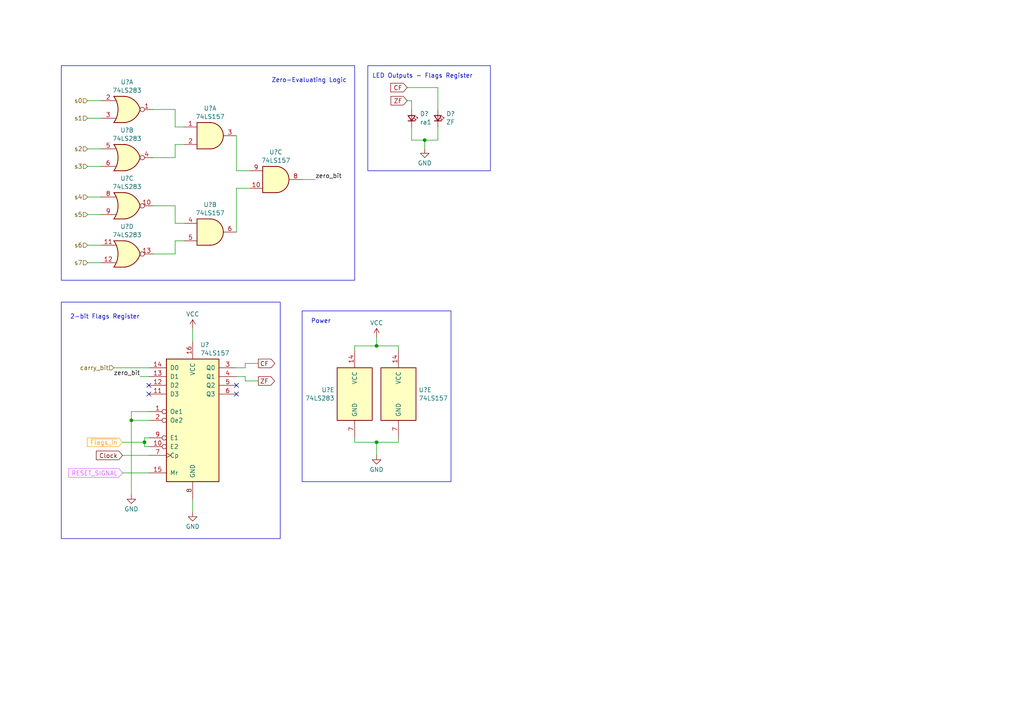
<source format=kicad_sch>
(kicad_sch (version 20230121) (generator eeschema)
  (paper "A4")
  (title_block (title "Flags register") (date "2024-01-27") (rev "1.0"))
  (lib_symbols
    (symbol "74xx:74LS02" (pin_names (offset 1.016))
      (property "Reference" "U" (at 0 1.27 0))
      (property "Value" "74LS02" (at 0 -1.27 0))
      (symbol "74LS02_1_1"
        (arc (start -3.81 -3.81) (mid -2.589 0) (end -3.81 3.81) (stroke (width 0.254)))
        (arc (start -0.6096 -3.81) (mid 2.1842 -2.5851) (end 3.81 0) (stroke (width 0.254)) (fill (type background)))
        (polyline (pts (xy -3.81 -3.81) (xy -0.635 -3.81)) (stroke (width 0.254)) (fill (type background)))
        (polyline (pts (xy -3.81 3.81) (xy -0.635 3.81)) (stroke (width 0.254)) (fill (type background)))
        (polyline (pts (xy -0.635 3.81) (xy -3.81 3.81) (xy -3.81 3.81) (xy -3.556 3.4036) (xy -3.0226 2.2606) (xy -2.6924 1.0414) (xy -2.6162 -0.254) (xy -2.7686 -1.4986) (xy -3.175 -2.7178) (xy -3.81 -3.81) (xy -3.81 -3.81) (xy -0.635 -3.81)) (stroke (width -25.4)) (fill (type background)))
        (arc (start 3.81 0) (mid 2.1915 2.5936) (end -0.6096 3.81) (stroke (width 0.254)) (fill (type background)))
        (pin output inverted (at 7.62 0 180) (length 3.81) (name "~") (number "1"))
        (pin input line (at -7.62 2.54 0) (length 4.318) (name "~") (number "2"))
        (pin input line (at -7.62 -2.54 0) (length 4.318) (name "~") (number "3"))
      )
      (symbol "74LS02_1_2"
        (arc (start 0 -3.81) (mid 3.7934 0) (end 0 3.81) (stroke (width 0.254)) (fill (type background)))
        (polyline (pts (xy 0 3.81) (xy -3.81 3.81) (xy -3.81 -3.81) (xy 0 -3.81)) (stroke (width 0.254)) (fill (type background)))
        (pin output line (at 7.62 0 180) (length 3.81) (name "~") (number "1"))
        (pin input inverted (at -7.62 2.54 0) (length 3.81) (name "~") (number "2"))
        (pin input inverted (at -7.62 -2.54 0) (length 3.81) (name "~") (number "3"))
      )
      (symbol "74LS02_2_1"
        (arc (start -3.81 -3.81) (mid -2.589 0) (end -3.81 3.81) (stroke (width 0.254)))
        (arc (start -0.6096 -3.81) (mid 2.1842 -2.5851) (end 3.81 0) (stroke (width 0.254)) (fill (type background)))
        (polyline (pts (xy -3.81 -3.81) (xy -0.635 -3.81)) (stroke (width 0.254)) (fill (type background)))
        (polyline (pts (xy -3.81 3.81) (xy -0.635 3.81)) (stroke (width 0.254)) (fill (type background)))
        (polyline (pts (xy -0.635 3.81) (xy -3.81 3.81) (xy -3.81 3.81) (xy -3.556 3.4036) (xy -3.0226 2.2606) (xy -2.6924 1.0414) (xy -2.6162 -0.254) (xy -2.7686 -1.4986) (xy -3.175 -2.7178) (xy -3.81 -3.81) (xy -3.81 -3.81) (xy -0.635 -3.81)) (stroke (width -25.4)) (fill (type background)))
        (arc (start 3.81 0) (mid 2.1915 2.5936) (end -0.6096 3.81) (stroke (width 0.254)) (fill (type background)))
        (pin output inverted (at 7.62 0 180) (length 3.81) (name "~") (number "4"))
        (pin input line (at -7.62 2.54 0) (length 4.318) (name "~") (number "5"))
        (pin input line (at -7.62 -2.54 0) (length 4.318) (name "~") (number "6"))
      )
      (symbol "74LS02_2_2"
        (arc (start 0 -3.81) (mid 3.7934 0) (end 0 3.81) (stroke (width 0.254)) (fill (type background)))
        (polyline (pts (xy 0 3.81) (xy -3.81 3.81) (xy -3.81 -3.81) (xy 0 -3.81)) (stroke (width 0.254)) (fill (type background)))
        (pin output line (at 7.62 0 180) (length 3.81) (name "~") (number "4"))
        (pin input inverted (at -7.62 2.54 0) (length 3.81) (name "~") (number "5"))
        (pin input inverted (at -7.62 -2.54 0) (length 3.81) (name "~") (number "6"))
      )
      (symbol "74LS02_3_1"
        (arc (start -3.81 -3.81) (mid -2.589 0) (end -3.81 3.81) (stroke (width 0.254)))
        (arc (start -0.6096 -3.81) (mid 2.1842 -2.5851) (end 3.81 0) (stroke (width 0.254)) (fill (type background)))
        (polyline (pts (xy -3.81 -3.81) (xy -0.635 -3.81)) (stroke (width 0.254)) (fill (type background)))
        (polyline (pts (xy -3.81 3.81) (xy -0.635 3.81)) (stroke (width 0.254)) (fill (type background)))
        (polyline (pts (xy -0.635 3.81) (xy -3.81 3.81) (xy -3.81 3.81) (xy -3.556 3.4036) (xy -3.0226 2.2606) (xy -2.6924 1.0414) (xy -2.6162 -0.254) (xy -2.7686 -1.4986) (xy -3.175 -2.7178) (xy -3.81 -3.81) (xy -3.81 -3.81) (xy -0.635 -3.81)) (stroke (width -25.4)) (fill (type background)))
        (arc (start 3.81 0) (mid 2.1915 2.5936) (end -0.6096 3.81) (stroke (width 0.254)) (fill (type background)))
        (pin output inverted (at 7.62 0 180) (length 3.81) (name "~") (number "10"))
        (pin input line (at -7.62 2.54 0) (length 4.318) (name "~") (number "8"))
        (pin input line (at -7.62 -2.54 0) (length 4.318) (name "~") (number "9"))
      )
      (symbol "74LS02_3_2"
        (arc (start 0 -3.81) (mid 3.7934 0) (end 0 3.81) (stroke (width 0.254)) (fill (type background)))
        (polyline (pts (xy 0 3.81) (xy -3.81 3.81) (xy -3.81 -3.81) (xy 0 -3.81)) (stroke (width 0.254)) (fill (type background)))
        (pin output line (at 7.62 0 180) (length 3.81) (name "~") (number "10"))
        (pin input inverted (at -7.62 2.54 0) (length 3.81) (name "~") (number "8"))
        (pin input inverted (at -7.62 -2.54 0) (length 3.81) (name "~") (number "9"))
      )
      (symbol "74LS02_4_1"
        (arc (start -3.81 -3.81) (mid -2.589 0) (end -3.81 3.81) (stroke (width 0.254)))
        (arc (start -0.6096 -3.81) (mid 2.1842 -2.5851) (end 3.81 0) (stroke (width 0.254)) (fill (type background)))
        (polyline (pts (xy -3.81 -3.81) (xy -0.635 -3.81)) (stroke (width 0.254)) (fill (type background)))
        (polyline (pts (xy -3.81 3.81) (xy -0.635 3.81)) (stroke (width 0.254)) (fill (type background)))
        (polyline (pts (xy -0.635 3.81) (xy -3.81 3.81) (xy -3.81 3.81) (xy -3.556 3.4036) (xy -3.0226 2.2606) (xy -2.6924 1.0414) (xy -2.6162 -0.254) (xy -2.7686 -1.4986) (xy -3.175 -2.7178) (xy -3.81 -3.81) (xy -3.81 -3.81) (xy -0.635 -3.81)) (stroke (width -25.4)) (fill (type background)))
        (arc (start 3.81 0) (mid 2.1915 2.5936) (end -0.6096 3.81) (stroke (width 0.254)) (fill (type background)))
        (pin input line (at -7.62 2.54 0) (length 4.318) (name "~") (number "11"))
        (pin input line (at -7.62 -2.54 0) (length 4.318) (name "~") (number "12"))
        (pin output inverted (at 7.62 0 180) (length 3.81) (name "~") (number "13"))
      )
      (symbol "74LS02_4_2"
        (arc (start 0 -3.81) (mid 3.7934 0) (end 0 3.81) (stroke (width 0.254)) (fill (type background)))
        (polyline (pts (xy 0 3.81) (xy -3.81 3.81) (xy -3.81 -3.81) (xy 0 -3.81)) (stroke (width 0.254)) (fill (type background)))
        (pin input inverted (at -7.62 2.54 0) (length 3.81) (name "~") (number "11"))
        (pin input inverted (at -7.62 -2.54 0) (length 3.81) (name "~") (number "12"))
        (pin output line (at 7.62 0 180) (length 3.81) (name "~") (number "13"))
      )
      (symbol "74LS02_5_0"
        (pin power_in line (at 0 12.7 270) (length 5.08) (name "VCC") (number "14"))
        (pin power_in line (at 0 -12.7 90) (length 5.08) (name "GND") (number "7"))
      )
      (symbol "74LS02_5_1"
        (rectangle (start -5.08 7.62) (end 5.08 -7.62) (stroke (width 0.254)) (fill (type background)))
      )
    )
    (symbol "74xx:74LS08" (pin_names (offset 1.016))
      (property "Reference" "U" (at 0 1.27 0))
      (property "Value" "74LS08" (at 0 -1.27 0))
      (symbol "74LS08_1_1"
        (arc (start 0 -3.81) (mid 3.7934 0) (end 0 3.81) (stroke (width 0.254)) (fill (type background)))
        (polyline (pts (xy 0 3.81) (xy -3.81 3.81) (xy -3.81 -3.81) (xy 0 -3.81)) (stroke (width 0.254)) (fill (type background)))
        (pin input line (at -7.62 2.54 0) (length 3.81) (name "~") (number "1"))
        (pin input line (at -7.62 -2.54 0) (length 3.81) (name "~") (number "2"))
        (pin output line (at 7.62 0 180) (length 3.81) (name "~") (number "3"))
      )
      (symbol "74LS08_1_2"
        (arc (start -3.81 -3.81) (mid -2.589 0) (end -3.81 3.81) (stroke (width 0.254)))
        (arc (start -0.6096 -3.81) (mid 2.1842 -2.5851) (end 3.81 0) (stroke (width 0.254)) (fill (type background)))
        (polyline (pts (xy -3.81 -3.81) (xy -0.635 -3.81)) (stroke (width 0.254)) (fill (type background)))
        (polyline (pts (xy -3.81 3.81) (xy -0.635 3.81)) (stroke (width 0.254)) (fill (type background)))
        (polyline (pts (xy -0.635 3.81) (xy -3.81 3.81) (xy -3.81 3.81) (xy -3.556 3.4036) (xy -3.0226 2.2606) (xy -2.6924 1.0414) (xy -2.6162 -0.254) (xy -2.7686 -1.4986) (xy -3.175 -2.7178) (xy -3.81 -3.81) (xy -3.81 -3.81) (xy -0.635 -3.81)) (stroke (width -25.4)) (fill (type background)))
        (arc (start 3.81 0) (mid 2.1915 2.5936) (end -0.6096 3.81) (stroke (width 0.254)) (fill (type background)))
        (pin input inverted (at -7.62 2.54 0) (length 4.318) (name "~") (number "1"))
        (pin input inverted (at -7.62 -2.54 0) (length 4.318) (name "~") (number "2"))
        (pin output inverted (at 7.62 0 180) (length 3.81) (name "~") (number "3"))
      )
      (symbol "74LS08_2_1"
        (arc (start 0 -3.81) (mid 3.7934 0) (end 0 3.81) (stroke (width 0.254)) (fill (type background)))
        (polyline (pts (xy 0 3.81) (xy -3.81 3.81) (xy -3.81 -3.81) (xy 0 -3.81)) (stroke (width 0.254)) (fill (type background)))
        (pin input line (at -7.62 2.54 0) (length 3.81) (name "~") (number "4"))
        (pin input line (at -7.62 -2.54 0) (length 3.81) (name "~") (number "5"))
        (pin output line (at 7.62 0 180) (length 3.81) (name "~") (number "6"))
      )
      (symbol "74LS08_2_2"
        (arc (start -3.81 -3.81) (mid -2.589 0) (end -3.81 3.81) (stroke (width 0.254)))
        (arc (start -0.6096 -3.81) (mid 2.1842 -2.5851) (end 3.81 0) (stroke (width 0.254)) (fill (type background)))
        (polyline (pts (xy -3.81 -3.81) (xy -0.635 -3.81)) (stroke (width 0.254)) (fill (type background)))
        (polyline (pts (xy -3.81 3.81) (xy -0.635 3.81)) (stroke (width 0.254)) (fill (type background)))
        (polyline (pts (xy -0.635 3.81) (xy -3.81 3.81) (xy -3.81 3.81) (xy -3.556 3.4036) (xy -3.0226 2.2606) (xy -2.6924 1.0414) (xy -2.6162 -0.254) (xy -2.7686 -1.4986) (xy -3.175 -2.7178) (xy -3.81 -3.81) (xy -3.81 -3.81) (xy -0.635 -3.81)) (stroke (width -25.4)) (fill (type background)))
        (arc (start 3.81 0) (mid 2.1915 2.5936) (end -0.6096 3.81) (stroke (width 0.254)) (fill (type background)))
        (pin input inverted (at -7.62 2.54 0) (length 4.318) (name "~") (number "4"))
        (pin input inverted (at -7.62 -2.54 0) (length 4.318) (name "~") (number "5"))
        (pin output inverted (at 7.62 0 180) (length 3.81) (name "~") (number "6"))
      )
      (symbol "74LS08_3_1"
        (arc (start 0 -3.81) (mid 3.7934 0) (end 0 3.81) (stroke (width 0.254)) (fill (type background)))
        (polyline (pts (xy 0 3.81) (xy -3.81 3.81) (xy -3.81 -3.81) (xy 0 -3.81)) (stroke (width 0.254)) (fill (type background)))
        (pin input line (at -7.62 -2.54 0) (length 3.81) (name "~") (number "10"))
        (pin output line (at 7.62 0 180) (length 3.81) (name "~") (number "8"))
        (pin input line (at -7.62 2.54 0) (length 3.81) (name "~") (number "9"))
      )
      (symbol "74LS08_3_2"
        (arc (start -3.81 -3.81) (mid -2.589 0) (end -3.81 3.81) (stroke (width 0.254)))
        (arc (start -0.6096 -3.81) (mid 2.1842 -2.5851) (end 3.81 0) (stroke (width 0.254)) (fill (type background)))
        (polyline (pts (xy -3.81 -3.81) (xy -0.635 -3.81)) (stroke (width 0.254)) (fill (type background)))
        (polyline (pts (xy -3.81 3.81) (xy -0.635 3.81)) (stroke (width 0.254)) (fill (type background)))
        (polyline (pts (xy -0.635 3.81) (xy -3.81 3.81) (xy -3.81 3.81) (xy -3.556 3.4036) (xy -3.0226 2.2606) (xy -2.6924 1.0414) (xy -2.6162 -0.254) (xy -2.7686 -1.4986) (xy -3.175 -2.7178) (xy -3.81 -3.81) (xy -3.81 -3.81) (xy -0.635 -3.81)) (stroke (width -25.4)) (fill (type background)))
        (arc (start 3.81 0) (mid 2.1915 2.5936) (end -0.6096 3.81) (stroke (width 0.254)) (fill (type background)))
        (pin input inverted (at -7.62 -2.54 0) (length 4.318) (name "~") (number "10"))
        (pin output inverted (at 7.62 0 180) (length 3.81) (name "~") (number "8"))
        (pin input inverted (at -7.62 2.54 0) (length 4.318) (name "~") (number "9"))
      )
      (symbol "74LS08_4_1"
        (arc (start 0 -3.81) (mid 3.7934 0) (end 0 3.81) (stroke (width 0.254)) (fill (type background)))
        (polyline (pts (xy 0 3.81) (xy -3.81 3.81) (xy -3.81 -3.81) (xy 0 -3.81)) (stroke (width 0.254)) (fill (type background)))
        (pin output line (at 7.62 0 180) (length 3.81) (name "~") (number "11"))
        (pin input line (at -7.62 2.54 0) (length 3.81) (name "~") (number "12"))
        (pin input line (at -7.62 -2.54 0) (length 3.81) (name "~") (number "13"))
      )
      (symbol "74LS08_4_2"
        (arc (start -3.81 -3.81) (mid -2.589 0) (end -3.81 3.81) (stroke (width 0.254)))
        (arc (start -0.6096 -3.81) (mid 2.1842 -2.5851) (end 3.81 0) (stroke (width 0.254)) (fill (type background)))
        (polyline (pts (xy -3.81 -3.81) (xy -0.635 -3.81)) (stroke (width 0.254)) (fill (type background)))
        (polyline (pts (xy -3.81 3.81) (xy -0.635 3.81)) (stroke (width 0.254)) (fill (type background)))
        (polyline (pts (xy -0.635 3.81) (xy -3.81 3.81) (xy -3.81 3.81) (xy -3.556 3.4036) (xy -3.0226 2.2606) (xy -2.6924 1.0414) (xy -2.6162 -0.254) (xy -2.7686 -1.4986) (xy -3.175 -2.7178) (xy -3.81 -3.81) (xy -3.81 -3.81) (xy -0.635 -3.81)) (stroke (width -25.4)) (fill (type background)))
        (arc (start 3.81 0) (mid 2.1915 2.5936) (end -0.6096 3.81) (stroke (width 0.254)) (fill (type background)))
        (pin output inverted (at 7.62 0 180) (length 3.81) (name "~") (number "11"))
        (pin input inverted (at -7.62 2.54 0) (length 4.318) (name "~") (number "12"))
        (pin input inverted (at -7.62 -2.54 0) (length 4.318) (name "~") (number "13"))
      )
      (symbol "74LS08_5_0"
        (pin power_in line (at 0 12.7 270) (length 5.08) (name "VCC") (number "14"))
        (pin power_in line (at 0 -12.7 90) (length 5.08) (name "GND") (number "7"))
      )
      (symbol "74LS08_5_1"
        (rectangle (start -5.08 7.62) (end 5.08 -7.62) (stroke (width 0.254)) (fill (type background)))
      )
    )
    (symbol "74xx:74LS173" (pin_names (offset 1.016))
      (property "Reference" "U" (at -7.62 19.05 0))
      (property "Value" "74LS173" (at -7.62 -19.05 0))
      (symbol "74LS173_1_0"
        (pin input inverted (at -12.7 2.54 0) (length 5.08) (name "Oe1") (number "1"))
        (pin input inverted (at -12.7 -7.62 0) (length 5.08) (name "E2") (number "10"))
        (pin input line (at -12.7 7.62 0) (length 5.08) (name "D3") (number "11"))
        (pin input line (at -12.7 10.16 0) (length 5.08) (name "D2") (number "12"))
        (pin input line (at -12.7 12.7 0) (length 5.08) (name "D1") (number "13"))
        (pin input line (at -12.7 15.24 0) (length 5.08) (name "D0") (number "14"))
        (pin input line (at -12.7 -15.24 0) (length 5.08) (name "Mr") (number "15"))
        (pin power_in line (at 0 22.86 270) (length 5.08) (name "VCC") (number "16"))
        (pin input inverted (at -12.7 0 0) (length 5.08) (name "Oe2") (number "2"))
        (pin tri_state line (at 12.7 15.24 180) (length 5.08) (name "Q0") (number "3"))
        (pin tri_state line (at 12.7 12.7 180) (length 5.08) (name "Q1") (number "4"))
        (pin tri_state line (at 12.7 10.16 180) (length 5.08) (name "Q2") (number "5"))
        (pin tri_state line (at 12.7 7.62 180) (length 5.08) (name "Q3") (number "6"))
        (pin input clock (at -12.7 -10.16 0) (length 5.08) (name "Cp") (number "7"))
        (pin power_in line (at 0 -22.86 90) (length 5.08) (name "GND") (number "8"))
        (pin input inverted (at -12.7 -5.08 0) (length 5.08) (name "E1") (number "9"))
      )
      (symbol "74LS173_1_1"
        (rectangle (start -7.62 17.78) (end 7.62 -17.78) (stroke (width 0.254)) (fill (type background)))
      )
    )
    (symbol "Device:LED_Small" (pin_numbers hide) (pin_names (offset 0.254) hide)
      (property "Reference" "D" (at -1.27 3.175 0))
      (property "Value" "LED_Small" (at -4.445 -2.54 0))
      (symbol "LED_Small_0_1"
        (polyline (pts (xy -0.762 -1.016) (xy -0.762 1.016)) (stroke (width 0.254)))
        (polyline (pts (xy 1.016 0) (xy -0.762 0)))
        (polyline (pts (xy 0.762 -1.016) (xy -0.762 0) (xy 0.762 1.016) (xy 0.762 -1.016)) (stroke (width 0.254)))
        (polyline (pts (xy 0 0.762) (xy -0.508 1.27) (xy -0.254 1.27) (xy -0.508 1.27) (xy -0.508 1.016)))
        (polyline (pts (xy 0.508 1.27) (xy 0 1.778) (xy 0.254 1.778) (xy 0 1.778) (xy 0 1.524)))
      )
      (symbol "LED_Small_1_1"
        (pin passive line (at -2.54 0 0) (length 1.778) (name "K") (number "1"))
        (pin passive line (at 2.54 0 180) (length 1.778) (name "A") (number "2"))
      )
    )
    (symbol "power:GND" (power) (pin_names (offset 0))
      (property "Value" "GND" (at 0 -3.81 0))
      (symbol "GND_0_1"
        (polyline (pts (xy 0 0) (xy 0 -1.27) (xy 1.27 -1.27) (xy 0 -2.54) (xy -1.27 -1.27) (xy 0 -1.27)))
      )
      (symbol "GND_1_1"
        (pin power_in line (at 0 0 270) (length 0) hide (name "GND") (number "1"))
      )
    )
    (symbol "power:VCC" (power) (pin_names (offset 0))
      (property "Value" "VCC" (at 0 3.81 0))
      (symbol "VCC_0_1"
        (polyline (pts (xy -0.762 1.27) (xy 0 2.54)))
        (polyline (pts (xy 0 0) (xy 0 2.54)))
        (polyline (pts (xy 0 2.54) (xy 0.762 1.27)))
      )
      (symbol "VCC_1_1"
        (pin power_in line (at 0 0 90) (length 0) hide (name "VCC") (number "1"))
      )
    )
  )
  (junction (at 123.19 40.64))
  (junction (at 41.91 128.27))
  (junction (at 109.22 100.33))
  (junction (at 109.22 128.27))
  (junction (at 38.1 121.92))
  (no_connect (at 43.18 111.76))
  (no_connect (at 68.58 114.3))
  (no_connect (at 43.18 114.3))
  (no_connect (at 68.58 111.76))
  (wire (pts (xy 68.58 49.53) (xy 72.39 49.53)))
  (wire (pts (xy 29.21 76.2) (xy 25.4 76.2)))
  (wire (pts (xy 38.1 119.38) (xy 38.1 121.92)))
  (wire (pts (xy 44.45 59.69) (xy 50.8 59.69)))
  (wire (pts (xy 127 25.4) (xy 127 31.75)))
  (wire (pts (xy 68.58 67.31) (xy 68.58 54.61)))
  (wire (pts (xy 123.19 40.64) (xy 119.38 40.64)))
  (wire (pts (xy 109.22 100.33) (xy 102.87 100.33)))
  (wire (pts (xy 29.21 48.26) (xy 25.4 48.26)))
  (wire (pts (xy 35.56 128.27) (xy 41.91 128.27)))
  (wire (pts (xy 68.58 106.68) (xy 71.12 106.68)))
  (wire (pts (xy 50.8 31.75) (xy 50.8 36.83)))
  (wire (pts (xy 115.57 128.27) (xy 109.22 128.27)))
  (wire (pts (xy 35.56 132.08) (xy 43.18 132.08)))
  (wire (pts (xy 29.21 71.12) (xy 25.4 71.12)))
  (wire (pts (xy 109.22 128.27) (xy 109.22 132.08)))
  (wire (pts (xy 115.57 127) (xy 115.57 128.27)))
  (wire (pts (xy 123.19 40.64) (xy 127 40.64)))
  (wire (pts (xy 118.11 29.21) (xy 119.38 29.21)))
  (wire (pts (xy 119.38 36.83) (xy 119.38 40.64)))
  (wire (pts (xy 29.21 43.18) (xy 25.4 43.18)))
  (wire (pts (xy 41.91 129.54) (xy 43.18 129.54)))
  (wire (pts (xy 43.18 109.22) (xy 40.64 109.22)))
  (wire (pts (xy 38.1 121.92) (xy 43.18 121.92)))
  (wire (pts (xy 109.22 128.27) (xy 102.87 128.27)))
  (wire (pts (xy 71.12 106.68) (xy 71.12 105.41)))
  (wire (pts (xy 50.8 64.77) (xy 53.34 64.77)))
  (wire (pts (xy 44.45 31.75) (xy 50.8 31.75)))
  (wire (pts (xy 29.21 29.21) (xy 25.4 29.21)))
  (wire (pts (xy 41.91 128.27) (xy 41.91 129.54)))
  (wire (pts (xy 109.22 97.79) (xy 109.22 100.33)))
  (wire (pts (xy 68.58 54.61) (xy 72.39 54.61)))
  (wire (pts (xy 127 40.64) (xy 127 36.83)))
  (wire (pts (xy 35.56 137.16) (xy 43.18 137.16)))
  (wire (pts (xy 53.34 69.85) (xy 50.8 69.85)))
  (wire (pts (xy 29.21 57.15) (xy 25.4 57.15)))
  (wire (pts (xy 43.18 106.68) (xy 33.02 106.68)))
  (wire (pts (xy 50.8 45.72) (xy 44.45 45.72)))
  (wire (pts (xy 102.87 128.27) (xy 102.87 127)))
  (wire (pts (xy 119.38 29.21) (xy 119.38 31.75)))
  (wire (pts (xy 50.8 73.66) (xy 44.45 73.66)))
  (wire (pts (xy 50.8 59.69) (xy 50.8 64.77)))
  (wire (pts (xy 68.58 109.22) (xy 71.12 109.22)))
  (wire (pts (xy 71.12 110.49) (xy 74.93 110.49)))
  (wire (pts (xy 102.87 100.33) (xy 102.87 101.6)))
  (wire (pts (xy 118.11 25.4) (xy 127 25.4)))
  (wire (pts (xy 43.18 119.38) (xy 38.1 119.38)))
  (wire (pts (xy 68.58 39.37) (xy 68.58 49.53)))
  (wire (pts (xy 29.21 34.29) (xy 25.4 34.29)))
  (wire (pts (xy 43.18 127) (xy 41.91 127)))
  (wire (pts (xy 115.57 101.6) (xy 115.57 100.33)))
  (wire (pts (xy 53.34 41.91) (xy 50.8 41.91)))
  (wire (pts (xy 115.57 100.33) (xy 109.22 100.33)))
  (wire (pts (xy 50.8 41.91) (xy 50.8 45.72)))
  (wire (pts (xy 29.21 62.23) (xy 25.4 62.23)))
  (wire (pts (xy 50.8 36.83) (xy 53.34 36.83)))
  (wire (pts (xy 71.12 105.41) (xy 74.93 105.41)))
  (wire (pts (xy 71.12 109.22) (xy 71.12 110.49)))
  (wire (pts (xy 123.19 40.64) (xy 123.19 43.18)))
  (wire (pts (xy 87.63 52.07) (xy 91.44 52.07)))
  (wire (pts (xy 55.88 144.78) (xy 55.88 148.59)))
  (wire (pts (xy 50.8 69.85) (xy 50.8 73.66)))
  (wire (pts (xy 41.91 127) (xy 41.91 128.27)))
  (wire (pts (xy 55.88 95.25) (xy 55.88 99.06)))
  (wire (pts (xy 38.1 121.92) (xy 38.1 143.51)))
  (rectangle (start 106.68 19.05) (end 142.24 49.53))
  (rectangle (start 87.63 90.17) (end 130.81 139.7))
  (rectangle (start 17.78 19.05) (end 102.87 81.28))
  (rectangle (start 17.78 87.63) (end 81.28 156.21))
  (text "Zero-Evaluating Logic" (at 78.74 24.13 0) (effects (font (size 1.27 1.27)) (justify left bottom)))
  (text "Power" (at 90.17 93.98 0) (effects (font (size 1.27 1.27)) (justify left bottom)))
  (text "LED Outputs - Flags Register\n" (at 107.95 22.86 0) (effects (font (size 1.27 1.27)) (justify left bottom)))
  (text "2-bit Flags Register" (at 20.32 92.71 0) (effects (font (size 1.27 1.27)) (justify left bottom)))
  (label "zero_bit" (at 40.64 109.22 180))
  (label "zero_bit" (at 91.44 52.07 0))
  (global_label "CF" (shape input) (at 118.11 25.4 180) (property "Intersheetrefs" "${INTERSHEET_REFS}" (effects hide)))
  (global_label "ZF" (shape output) (at 74.93 110.49 0) (property "Intersheetrefs" "${INTERSHEET_REFS}" (effects hide)))
  (global_label "ZF" (shape input) (at 118.11 29.21 180) (property "Intersheetrefs" "${INTERSHEET_REFS}" (effects hide)))
  (global_label "RESET_SIGNAL" (shape input) (at 35.56 137.16 180) (property "Intersheetrefs" "${INTERSHEET_REFS}" (effects hide)))
  (global_label "CF" (shape output) (at 74.93 105.41 0) (property "Intersheetrefs" "${INTERSHEET_REFS}" (effects hide)))
  (global_label "Clock" (shape input) (at 35.56 132.08 180) (property "Intersheetrefs" "${INTERSHEET_REFS}" (effects hide)))
  (global_label "~{Flags_In}" (shape input) (at 35.56 128.27 180) (property "Intersheetrefs" "${INTERSHEET_REFS}" (effects hide)))
  (hierarchical_label "s3" (shape input) (at 25.4 48.26 180))
  (hierarchical_label "s4" (shape input) (at 25.4 57.15 180))
  (hierarchical_label "carry_bit" (shape input) (at 33.02 106.68 180))
  (hierarchical_label "s6" (shape input) (at 25.4 71.12 180))
  (hierarchical_label "s1" (shape input) (at 25.4 34.29 180))
  (hierarchical_label "s2" (shape input) (at 25.4 43.18 180))
  (hierarchical_label "s0" (shape input) (at 25.4 29.21 180))
  (hierarchical_label "s7" (shape input) (at 25.4 76.2 180))
  (hierarchical_label "s5" (shape input) (at 25.4 62.23 180))
  (symbol (lib_id "74xx:74LS02") (at 36.83 73.66 0) (unit 4)
    (property "Reference" "U?" (at 36.83 65.7057 0))
    (property "Value" "74LS283" (at 36.83 68.1299 0))
    (property "Footprint" "Package_DIP:DIP-16_W7.62mm" (effects hide))
    (property "Datasheet" "http://www.ti.com/lit/gpn/sn74ls02" (effects hide))
  )
  (symbol (lib_id "74xx:74LS02") (at 36.83 59.69 0) (unit 3)
    (property "Reference" "U?" (at 36.83 51.7357 0))
    (property "Value" "74LS283" (at 36.83 54.1599 0))
    (property "Footprint" "Package_DIP:DIP-16_W7.62mm" (effects hide))
    (property "Datasheet" "http://www.ti.com/lit/gpn/sn74ls02" (effects hide))
  )
  (symbol (lib_id "power:GND") (at 38.1 143.51 0) (unit 1)
    (property "Reference" "#PWR?" (effects hide))
    (property "Value" "GND" (at 38.1 147.6431 0))
  )
  (symbol (lib_id "74xx:74LS08") (at 115.57 114.3 0) (unit 5)
    (property "Reference" "U?" (at 121.412 113.0879 0) (effects (justify left)))
    (property "Value" "74LS157" (at 121.412 115.5121 0) (effects (justify left)))
    (property "Footprint" "Package_DIP:DIP-16_W7.62mm" (effects hide))
    (property "Datasheet" "http://www.ti.com/lit/gpn/sn74LS08" (effects hide))
  )
  (symbol (lib_id "power:GND") (at 55.88 148.59 0) (unit 1)
    (property "Reference" "#PWR?" (effects hide))
    (property "Value" "GND" (at 55.88 152.7231 0))
  )
  (symbol (lib_id "74xx:74LS02") (at 36.83 31.75 0) (unit 1)
    (property "Reference" "U?" (at 36.83 23.7957 0))
    (property "Value" "74LS283" (at 36.83 26.2199 0))
    (property "Footprint" "Package_DIP:DIP-16_W7.62mm" (effects hide))
    (property "Datasheet" "http://www.ti.com/lit/gpn/sn74ls02" (effects hide))
  )
  (symbol (lib_id "power:VCC") (at 55.88 95.25 0) (unit 1)
    (property "Reference" "#PWR?" (effects hide))
    (property "Value" "VCC" (at 55.88 91.1169 0))
  )
  (symbol (lib_id "74xx:74LS08") (at 60.96 67.31 0) (unit 2)
    (property "Reference" "U?" (at 60.9517 59.3557 0))
    (property "Value" "74LS157" (at 60.9517 61.7799 0))
    (property "Footprint" "Package_DIP:DIP-16_W7.62mm" (effects hide))
    (property "Datasheet" "http://www.ti.com/lit/gpn/sn74LS08" (effects hide))
  )
  (symbol (lib_id "74xx:74LS08") (at 80.01 52.07 0) (unit 3)
    (property "Reference" "U?" (at 80.0017 44.1157 0))
    (property "Value" "74LS157" (at 80.0017 46.5399 0))
    (property "Footprint" "Package_DIP:DIP-16_W7.62mm" (effects hide))
    (property "Datasheet" "http://www.ti.com/lit/gpn/sn74LS08" (effects hide))
  )
  (symbol (lib_id "Device:LED_Small") (at 119.38 34.29 270) (mirror x) (unit 1)
    (property "Reference" "D?" (at 121.793 33.0144 90) (effects (justify left)))
    (property "Value" "ra1" (at 121.793 35.4386 90) (effects (justify left)))
    (property "Footprint" "LED_THT:LED_D5.0mm" (effects hide))
  )
  (symbol (lib_id "74xx:74LS08") (at 60.96 39.37 0) (unit 1)
    (property "Reference" "U?" (at 60.9517 31.4157 0))
    (property "Value" "74LS157" (at 60.9517 33.8399 0))
    (property "Footprint" "Package_DIP:DIP-16_W7.62mm" (effects hide))
    (property "Datasheet" "http://www.ti.com/lit/gpn/sn74LS08" (effects hide))
  )
  (symbol (lib_id "Device:LED_Small") (at 127 34.29 270) (mirror x) (unit 1)
    (property "Reference" "D?" (at 129.413 33.0144 90) (effects (justify left)))
    (property "Value" "ZF" (at 129.413 35.4386 90) (effects (justify left)))
    (property "Footprint" "LED_THT:LED_D5.0mm" (effects hide))
  )
  (symbol (lib_id "74xx:74LS02") (at 36.83 45.72 0) (unit 2)
    (property "Reference" "U?" (at 36.83 37.7657 0))
    (property "Value" "74LS283" (at 36.83 40.1899 0))
    (property "Footprint" "Package_DIP:DIP-16_W7.62mm" (effects hide))
    (property "Datasheet" "http://www.ti.com/lit/gpn/sn74ls02" (effects hide))
  )
  (symbol (lib_id "power:GND") (at 109.22 132.08 0) (unit 1)
    (property "Reference" "#PWR?" (effects hide))
    (property "Value" "GND" (at 109.22 136.2131 0))
  )
  (symbol (lib_id "74xx:74LS173") (at 55.88 121.92 0) (unit 1)
    (property "Reference" "U?" (at 58.0741 99.9957 0) (effects (justify left)))
    (property "Value" "74LS157" (at 58.0741 102.4199 0) (effects (justify left)))
    (property "Footprint" "Package_DIP:DIP-16_W7.62mm" (effects hide))
    (property "Datasheet" "http://www.ti.com/lit/gpn/sn74LS173" (effects hide))
  )
  (symbol (lib_id "74xx:74LS02") (at 102.87 114.3 0) (unit 5)
    (property "Reference" "U?" (at 97.028 113.0879 0) (effects (justify right)))
    (property "Value" "74LS283" (at 97.028 115.5121 0) (effects (justify right)))
    (property "Footprint" "Package_DIP:DIP-16_W7.62mm" (effects hide))
    (property "Datasheet" "http://www.ti.com/lit/gpn/sn74ls02" (effects hide))
  )
  (symbol (lib_id "power:GND") (at 123.19 43.18 0) (mirror y) (unit 1)
    (property "Reference" "#PWR?" (effects hide))
    (property "Value" "GND" (at 123.19 47.3131 0))
  )
  (symbol (lib_id "power:VCC") (at 109.22 97.79 0) (unit 1)
    (property "Reference" "#PWR?" (effects hide))
    (property "Value" "VCC" (at 109.22 93.6569 0))
  )
)
</source>
